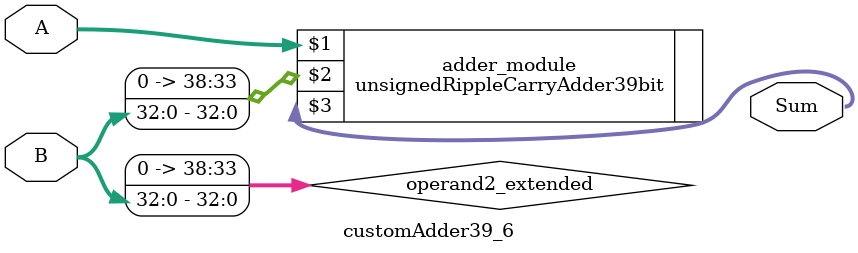
<source format=v>
module customAdder39_6(
                        input [38 : 0] A,
                        input [32 : 0] B,
                        
                        output [39 : 0] Sum
                );

        wire [38 : 0] operand2_extended;
        
        assign operand2_extended =  {6'b0, B};
        
        unsignedRippleCarryAdder39bit adder_module(
            A,
            operand2_extended,
            Sum
        );
        
        endmodule
        
</source>
